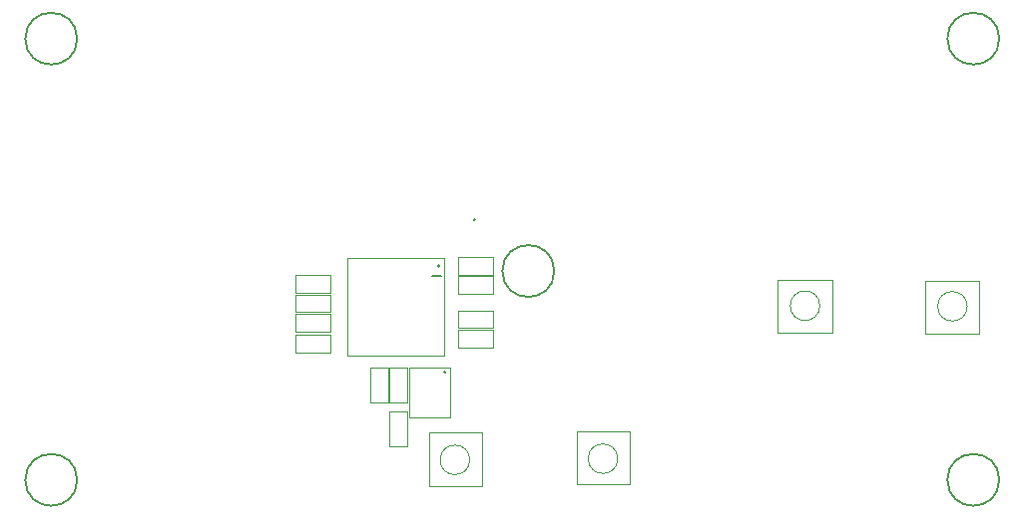
<source format=gbr>
%TF.GenerationSoftware,KiCad,Pcbnew,(6.0.6)*%
%TF.CreationDate,2022-07-20T13:38:39+10:00*%
%TF.ProjectId,SolderingInduction,536f6c64-6572-4696-9e67-496e64756374,3.5.0*%
%TF.SameCoordinates,Original*%
%TF.FileFunction,Other,Comment*%
%FSLAX46Y46*%
G04 Gerber Fmt 4.6, Leading zero omitted, Abs format (unit mm)*
G04 Created by KiCad (PCBNEW (6.0.6)) date 2022-07-20 13:38:39*
%MOMM*%
%LPD*%
G01*
G04 APERTURE LIST*
%ADD10C,0.010000*%
%ADD11C,0.141421*%
%ADD12C,0.180278*%
%ADD13C,0.200000*%
%ADD14C,0.150000*%
G04 APERTURE END LIST*
D10*
X26425000Y-26049999D02*
X23425000Y-26050000D01*
X23425000Y-24550000D01*
X26425000Y-24550000D01*
X26425000Y-26049999D01*
D11*
X38720710Y-18208579D02*
G75*
G03*
X38720710Y-18208579I-70710J0D01*
G01*
D10*
X27850000Y-29750000D02*
X36100000Y-29750000D01*
X36100000Y-29750000D02*
X36100000Y-21450000D01*
X36100000Y-21450000D02*
X27850000Y-21450000D01*
X27850000Y-21450000D02*
X27850000Y-29750000D01*
X37250000Y-24500000D02*
X40250000Y-24500000D01*
X40250000Y-24500000D02*
X40250000Y-23000000D01*
X40250000Y-23000000D02*
X37250000Y-23000000D01*
X37250000Y-23000000D02*
X37250000Y-24500000D01*
X39300000Y-40800000D02*
X34800000Y-40800000D01*
X34800000Y-36300000D01*
X39300000Y-36300000D01*
X39300000Y-40800000D01*
X80452996Y-25550000D02*
G75*
G03*
X80452996Y-25550000I-1252996J0D01*
G01*
X76900000Y-23350000D02*
X81500000Y-23350000D01*
X81500000Y-23350000D02*
X81500000Y-27850000D01*
X81500000Y-27850000D02*
X76900000Y-27850000D01*
X76900000Y-27850000D02*
X76900000Y-23350000D01*
X31350000Y-33750000D02*
X29850000Y-33750000D01*
X29850000Y-30750000D01*
X31350000Y-30750000D01*
X31350000Y-33750000D01*
X51850000Y-40700000D02*
X47350000Y-40700000D01*
X47350000Y-36200000D01*
X51850000Y-36200000D01*
X51850000Y-40700000D01*
D12*
X35740139Y-22119722D02*
G75*
G03*
X35740139Y-22119722I-90139J0D01*
G01*
D11*
X36220710Y-31150000D02*
G75*
G03*
X36220710Y-31150000I-70710J0D01*
G01*
D10*
X50802996Y-38500000D02*
G75*
G03*
X50802996Y-38500000I-1252996J0D01*
G01*
X32950000Y-37450000D02*
X31450000Y-37450000D01*
X31450000Y-34450000D01*
X32950000Y-34450000D01*
X32950000Y-37450000D01*
X32950000Y-33750000D02*
X31450000Y-33750000D01*
X31450000Y-30750000D01*
X32950000Y-30750000D01*
X32950000Y-33750000D01*
X33100000Y-35000000D02*
X36550000Y-35000000D01*
X36550000Y-35000000D02*
X36550000Y-30750000D01*
X36550000Y-30750000D02*
X33100000Y-30750000D01*
X33100000Y-30750000D02*
X33100000Y-35000000D01*
X37250000Y-29050000D02*
X40250000Y-29050000D01*
X40250000Y-29050000D02*
X40250000Y-27550000D01*
X40250000Y-27550000D02*
X37250000Y-27550000D01*
X37250000Y-27550000D02*
X37250000Y-29050000D01*
X67952996Y-25500000D02*
G75*
G03*
X67952996Y-25500000I-1252996J0D01*
G01*
X26425000Y-27699999D02*
X23425000Y-27700000D01*
X23425000Y-26200000D01*
X26425000Y-26200000D01*
X26425000Y-27699999D01*
X37250000Y-22900000D02*
X40250000Y-22900000D01*
X40250000Y-22900000D02*
X40250000Y-21400000D01*
X40250000Y-21400000D02*
X37250000Y-21400000D01*
X37250000Y-21400000D02*
X37250000Y-22900000D01*
X26425000Y-24399999D02*
X23425000Y-24400000D01*
X23425000Y-22900000D01*
X26425000Y-22900000D01*
X26425000Y-24399999D01*
D13*
X35850000Y-22950000D02*
X35050000Y-22950000D01*
D10*
X38252996Y-38600000D02*
G75*
G03*
X38252996Y-38600000I-1252996J0D01*
G01*
X26425000Y-29449999D02*
X23425000Y-29450000D01*
X23425000Y-27950000D01*
X26425000Y-27950000D01*
X26425000Y-29449999D01*
X64400000Y-23300000D02*
X69000000Y-23300000D01*
X69000000Y-23300000D02*
X69000000Y-27800000D01*
X69000000Y-27800000D02*
X64400000Y-27800000D01*
X64400000Y-27800000D02*
X64400000Y-23300000D01*
X37250000Y-27400000D02*
X40250000Y-27400000D01*
X40250000Y-27400000D02*
X40250000Y-25900000D01*
X40250000Y-25900000D02*
X37250000Y-25900000D01*
X37250000Y-25900000D02*
X37250000Y-27400000D01*
D14*
%TO.C,H2*%
X83175000Y-2800000D02*
G75*
G03*
X83175000Y-2800000I-2200000J0D01*
G01*
%TO.C,H4*%
X4950000Y-40300000D02*
G75*
G03*
X4950000Y-40300000I-2200000J0D01*
G01*
%TO.C,H3*%
X45425000Y-22550000D02*
G75*
G03*
X45425000Y-22550000I-2200000J0D01*
G01*
%TO.C,H5*%
X83175000Y-40300000D02*
G75*
G03*
X83175000Y-40300000I-2200000J0D01*
G01*
%TO.C,H1*%
X4950000Y-2800000D02*
G75*
G03*
X4950000Y-2800000I-2200000J0D01*
G01*
%TD*%
M02*

</source>
